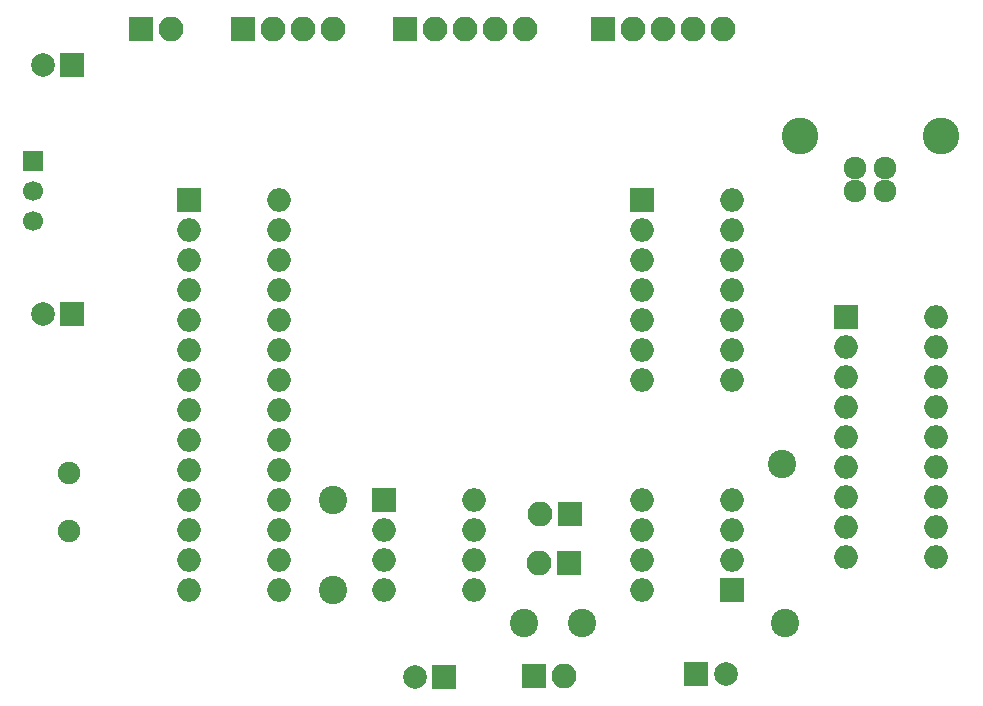
<source format=gbs>
G04 #@! TF.GenerationSoftware,KiCad,Pcbnew,(5.0.0-3-g5ebb6b6)*
G04 #@! TF.CreationDate,2018-09-15T08:18:07-04:00*
G04 #@! TF.ProjectId,picdev,7069636465762E6B696361645F706362,rev?*
G04 #@! TF.SameCoordinates,Original*
G04 #@! TF.FileFunction,Soldermask,Bot*
G04 #@! TF.FilePolarity,Negative*
%FSLAX46Y46*%
G04 Gerber Fmt 4.6, Leading zero omitted, Abs format (unit mm)*
G04 Created by KiCad (PCBNEW (5.0.0-3-g5ebb6b6)) date Saturday, September 15, 2018 at 08:18:07 AM*
%MOMM*%
%LPD*%
G01*
G04 APERTURE LIST*
%ADD10R,2.000000X2.000000*%
%ADD11O,2.000000X2.000000*%
%ADD12C,2.400000*%
%ADD13R,2.100000X2.100000*%
%ADD14O,2.100000X2.100000*%
%ADD15C,2.000000*%
%ADD16C,1.920000*%
%ADD17C,3.100000*%
%ADD18C,1.900000*%
%ADD19C,1.700000*%
%ADD20R,1.700000X1.700000*%
G04 APERTURE END LIST*
D10*
G04 #@! TO.C,U5*
X152654000Y-91186000D03*
D11*
X160274000Y-98806000D03*
X152654000Y-93726000D03*
X160274000Y-96266000D03*
X152654000Y-96266000D03*
X160274000Y-93726000D03*
X152654000Y-98806000D03*
X160274000Y-91186000D03*
G04 #@! TD*
D12*
G04 #@! TO.C,TP3*
X186563000Y-101600000D03*
G04 #@! TD*
G04 #@! TO.C,TP2*
X164465000Y-101600000D03*
G04 #@! TD*
G04 #@! TO.C,TP4*
X186309000Y-88138000D03*
G04 #@! TD*
G04 #@! TO.C,TP5*
X148336000Y-91186000D03*
G04 #@! TD*
G04 #@! TO.C,TP6*
X148336000Y-98806000D03*
G04 #@! TD*
G04 #@! TO.C,TP1*
X169418000Y-101600000D03*
G04 #@! TD*
D13*
G04 #@! TO.C,JP2*
X168275000Y-96520000D03*
D14*
X165735000Y-96520000D03*
G04 #@! TD*
G04 #@! TO.C,JP1*
X165862000Y-92329000D03*
D13*
X168402000Y-92329000D03*
G04 #@! TD*
D15*
G04 #@! TO.C,C1*
X123738000Y-54356000D03*
D10*
X126238000Y-54356000D03*
G04 #@! TD*
G04 #@! TO.C,C2*
X126238000Y-75438000D03*
D15*
X123738000Y-75438000D03*
G04 #@! TD*
G04 #@! TO.C,C4*
X181570000Y-105918000D03*
D10*
X179070000Y-105918000D03*
G04 #@! TD*
G04 #@! TO.C,C8*
X157734000Y-106172000D03*
D15*
X155234000Y-106172000D03*
G04 #@! TD*
D16*
G04 #@! TO.C,J5*
X195072000Y-65024000D03*
X192532000Y-65024000D03*
X192532000Y-63024000D03*
X195072000Y-63024000D03*
D17*
X199802000Y-60324000D03*
X187802000Y-60324000D03*
G04 #@! TD*
D18*
G04 #@! TO.C,Y1*
X125984000Y-88900000D03*
X125984000Y-93780000D03*
G04 #@! TD*
D11*
G04 #@! TO.C,U3*
X182118000Y-65786000D03*
X174498000Y-81026000D03*
X182118000Y-68326000D03*
X174498000Y-78486000D03*
X182118000Y-70866000D03*
X174498000Y-75946000D03*
X182118000Y-73406000D03*
X174498000Y-73406000D03*
X182118000Y-75946000D03*
X174498000Y-70866000D03*
X182118000Y-78486000D03*
X174498000Y-68326000D03*
X182118000Y-81026000D03*
D10*
X174498000Y-65786000D03*
G04 #@! TD*
D11*
G04 #@! TO.C,U4*
X199390000Y-75692000D03*
X191770000Y-96012000D03*
X199390000Y-78232000D03*
X191770000Y-93472000D03*
X199390000Y-80772000D03*
X191770000Y-90932000D03*
X199390000Y-83312000D03*
X191770000Y-88392000D03*
X199390000Y-85852000D03*
X191770000Y-85852000D03*
X199390000Y-88392000D03*
X191770000Y-83312000D03*
X199390000Y-90932000D03*
X191770000Y-80772000D03*
X199390000Y-93472000D03*
X191770000Y-78232000D03*
X199390000Y-96012000D03*
D10*
X191770000Y-75692000D03*
G04 #@! TD*
D11*
G04 #@! TO.C,U6*
X143764000Y-65786000D03*
X136144000Y-98806000D03*
X143764000Y-68326000D03*
X136144000Y-96266000D03*
X143764000Y-70866000D03*
X136144000Y-93726000D03*
X143764000Y-73406000D03*
X136144000Y-91186000D03*
X143764000Y-75946000D03*
X136144000Y-88646000D03*
X143764000Y-78486000D03*
X136144000Y-86106000D03*
X143764000Y-81026000D03*
X136144000Y-83566000D03*
X143764000Y-83566000D03*
X136144000Y-81026000D03*
X143764000Y-86106000D03*
X136144000Y-78486000D03*
X143764000Y-88646000D03*
X136144000Y-75946000D03*
X143764000Y-91186000D03*
X136144000Y-73406000D03*
X143764000Y-93726000D03*
X136144000Y-70866000D03*
X143764000Y-96266000D03*
X136144000Y-68326000D03*
X143764000Y-98806000D03*
D10*
X136144000Y-65786000D03*
G04 #@! TD*
D11*
G04 #@! TO.C,U2*
X174498000Y-98806000D03*
X182118000Y-91186000D03*
X174498000Y-96266000D03*
X182118000Y-93726000D03*
X174498000Y-93726000D03*
X182118000Y-96266000D03*
X174498000Y-91186000D03*
D10*
X182118000Y-98806000D03*
G04 #@! TD*
D19*
G04 #@! TO.C,U1*
X122936000Y-67564000D03*
D20*
X122936000Y-62484000D03*
D19*
X122936000Y-65024000D03*
G04 #@! TD*
D13*
G04 #@! TO.C,J1*
X132080000Y-51308000D03*
D14*
X134620000Y-51308000D03*
G04 #@! TD*
G04 #@! TO.C,J4*
X167894000Y-106045000D03*
D13*
X165354000Y-106045000D03*
G04 #@! TD*
D14*
G04 #@! TO.C,J6*
X148336000Y-51308000D03*
X145796000Y-51308000D03*
X143256000Y-51308000D03*
D13*
X140716000Y-51308000D03*
G04 #@! TD*
G04 #@! TO.C,J3*
X154432000Y-51308000D03*
D14*
X156972000Y-51308000D03*
X159512000Y-51308000D03*
X162052000Y-51308000D03*
X164592000Y-51308000D03*
G04 #@! TD*
G04 #@! TO.C,J2*
X181356000Y-51308000D03*
X178816000Y-51308000D03*
X176276000Y-51308000D03*
X173736000Y-51308000D03*
D13*
X171196000Y-51308000D03*
G04 #@! TD*
M02*

</source>
